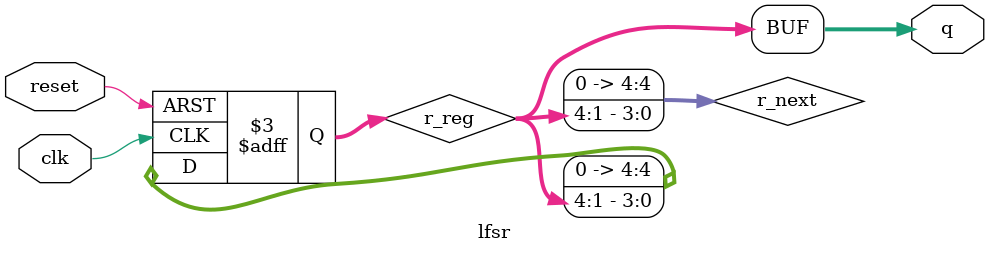
<source format=v>
module lfsr( 
    input clk,
    input reset,
    output [4:0] q
); 
reg [4:0] r_reg;
wire [4:0] r_next;
wire feedback_value;
// on reset set the value of r_reg to 1
// otherwise assign r_next to r_reg
// assign the xor of bit positions 2 and 4 of r_reg to feedback_value
// assign feedback concatenated with 4 most significant bits of r_reg to r_next
// assign r_reg to the output q
always @(posedge clk, posedge reset) begin
	if (reset) 
	begin
	r_reg <= 5'b1;
	end
	else 
	begin
	r_reg <= r_next;
	end
end
assign feedback_value = r_reg[2] ^ r_reg[4];
assign r_next = {r_reg[4], r_reg[3:1]};
assign q = r_reg;
endmodule

</source>
